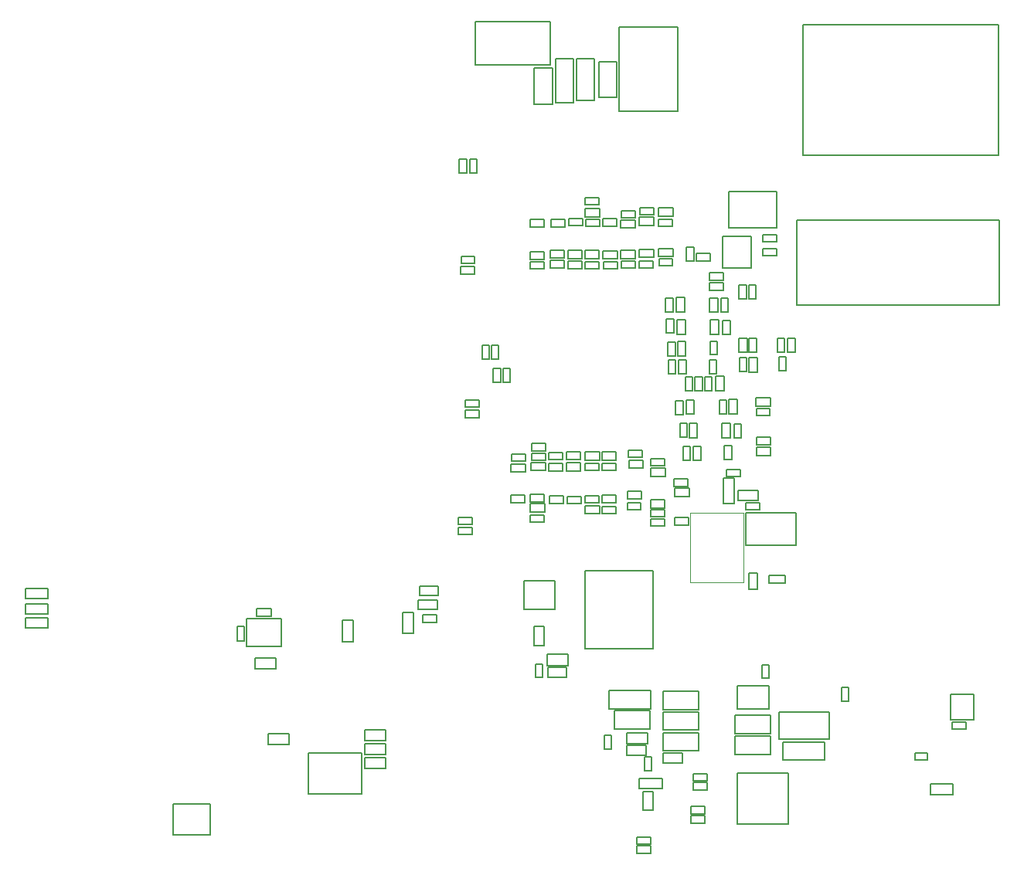
<source format=gbr>
G04*
G04 #@! TF.GenerationSoftware,Altium Limited,Altium Designer,24.2.2 (26)*
G04*
G04 Layer_Color=32768*
%FSLAX25Y25*%
%MOIN*%
G70*
G04*
G04 #@! TF.SameCoordinates,383E0004-DF84-4F77-A050-2B2E5B934949*
G04*
G04*
G04 #@! TF.FilePolarity,Positive*
G04*
G01*
G75*
%ADD12C,0.00787*%
%ADD17C,0.00394*%
D12*
X167681Y-173909D02*
X173635D01*
Y-177059D02*
Y-173909D01*
X167681Y-177059D02*
X173635D01*
X167681D02*
Y-173909D01*
X169713Y-70000D02*
X172862D01*
X169713Y-75953D02*
Y-70000D01*
Y-75953D02*
X172862D01*
Y-70000D01*
X165111Y-69928D02*
X168261D01*
X165111Y-75881D02*
Y-69928D01*
Y-75881D02*
X168261D01*
Y-69928D01*
X165826Y-116354D02*
X171779D01*
Y-119503D02*
Y-116354D01*
X165826Y-119503D02*
X171779D01*
X165826D02*
Y-116354D01*
X288684Y-236632D02*
Y-222459D01*
Y-236632D02*
X310337D01*
Y-222459D01*
X288684D02*
X310337D01*
X298737Y-252995D02*
Y-249560D01*
Y-252995D02*
X305715D01*
Y-249560D01*
X298737D02*
X305715D01*
X57648Y-361724D02*
Y-348141D01*
X41900D02*
X57648D01*
X41900Y-361724D02*
Y-348141D01*
Y-361724D02*
X57648D01*
X310630Y-96267D02*
X398031D01*
Y-132881D02*
Y-96267D01*
X310630Y-132881D02*
X398031D01*
X310630D02*
Y-96267D01*
X124335Y-328122D02*
X133414D01*
Y-332846D02*
Y-328122D01*
X124335Y-332846D02*
X133414D01*
X124335D02*
Y-328122D01*
X124335Y-322069D02*
X133414D01*
Y-326794D02*
Y-322069D01*
X124335Y-326794D02*
X133414D01*
X124335D02*
Y-322069D01*
X124335Y-316156D02*
X133414D01*
Y-320881D02*
Y-316156D01*
X124335Y-320881D02*
X133414D01*
X124335D02*
Y-316156D01*
X73402Y-268123D02*
X88363D01*
Y-280328D02*
Y-268123D01*
X73402Y-280328D02*
X88363D01*
X73402D02*
Y-268123D01*
X72477Y-277987D02*
Y-271687D01*
X69328Y-277987D02*
X72477D01*
X69328D02*
Y-271687D01*
X72477D01*
X77777Y-264057D02*
X84076D01*
Y-267207D02*
Y-264057D01*
X77777Y-267207D02*
X84076D01*
X77777D02*
Y-264057D01*
X114681Y-278116D02*
Y-269037D01*
X119405D01*
Y-278116D02*
Y-269037D01*
X114681Y-278116D02*
X119405D01*
X100030Y-343870D02*
Y-326098D01*
Y-343870D02*
X123018D01*
Y-326098D01*
X100030D02*
X123018D01*
X82712Y-322664D02*
X91792D01*
X82712D02*
Y-317940D01*
X91792D01*
Y-322664D02*
Y-317940D01*
X76938Y-289994D02*
X86018D01*
X76938D02*
Y-285270D01*
X86018D01*
Y-289994D02*
Y-285270D01*
X172011Y-10486D02*
X204334D01*
Y-29383D02*
Y-10486D01*
X172011Y-29383D02*
X204334D01*
X172011D02*
Y-10486D01*
X368504Y-344153D02*
Y-339429D01*
Y-344153D02*
X377953D01*
Y-339429D01*
X368504D02*
X377953D01*
X367161Y-329146D02*
Y-326193D01*
X361649D02*
X367161D01*
X361649Y-329146D02*
Y-326193D01*
Y-329146D02*
X367161D01*
X242884Y-337255D02*
X252727D01*
Y-341586D02*
Y-337255D01*
X242884Y-341586D02*
X252727D01*
X242884D02*
Y-337255D01*
X193109Y-264239D02*
X206379D01*
X193109D02*
Y-252034D01*
X206379D01*
Y-264239D02*
Y-252034D01*
X296151Y-111600D02*
Y-108450D01*
Y-111600D02*
X302105D01*
Y-108450D01*
X296151D02*
X302105D01*
X296151Y-105600D02*
Y-102451D01*
Y-105600D02*
X302105D01*
Y-102451D01*
X296151D02*
X302105D01*
X329992Y-303988D02*
X333142D01*
Y-298035D01*
X329992D02*
X333142D01*
X329992Y-303988D02*
Y-298035D01*
X377756Y-315994D02*
Y-312844D01*
Y-315994D02*
X383709D01*
Y-312844D01*
X377756D02*
X383709D01*
X376992Y-311838D02*
X387229D01*
Y-301011D01*
X376992D02*
X387229D01*
X376992Y-311838D02*
Y-301011D01*
X247689Y-202322D02*
Y-199173D01*
Y-202322D02*
X253642D01*
Y-199173D01*
X247689D02*
X253642D01*
X247741Y-206748D02*
Y-203204D01*
Y-206748D02*
X253941D01*
Y-203204D01*
X247741D02*
X253941D01*
X247650Y-228393D02*
Y-225243D01*
Y-228393D02*
X253603D01*
Y-225243D01*
X247650D02*
X253603D01*
X247689Y-224342D02*
Y-221193D01*
Y-224342D02*
X253642D01*
Y-221193D01*
X247689D02*
X253642D01*
X247694Y-220588D02*
Y-217045D01*
Y-220588D02*
X253894D01*
Y-217045D01*
X247694D02*
X253894D01*
X261697Y-193894D02*
X264847D01*
X261697Y-199847D02*
Y-193894D01*
Y-199847D02*
X264847D01*
Y-193894D01*
X265929Y-193770D02*
X269472D01*
X265929Y-199971D02*
Y-193770D01*
Y-199971D02*
X269472D01*
Y-193770D01*
X279489Y-193598D02*
X282639D01*
X279489Y-199551D02*
Y-193598D01*
Y-199551D02*
X282639D01*
Y-193598D01*
X255223Y-148813D02*
X258373D01*
X255223Y-154766D02*
Y-148813D01*
Y-154766D02*
X258373D01*
Y-148813D01*
X259333Y-148605D02*
X262877D01*
X259333Y-154806D02*
Y-148605D01*
Y-154806D02*
X262877D01*
Y-148605D01*
X273321Y-148433D02*
X276471D01*
X273321Y-154387D02*
Y-148433D01*
Y-154387D02*
X276471D01*
Y-148433D01*
X255345Y-156664D02*
X258495D01*
X255345Y-162617D02*
Y-156664D01*
Y-162617D02*
X258495D01*
Y-156664D01*
X259613Y-156496D02*
X263156D01*
X259613Y-162696D02*
Y-156496D01*
Y-162696D02*
X263156D01*
Y-156496D01*
X273063Y-156619D02*
X276212D01*
X273063Y-162573D02*
Y-156619D01*
Y-162573D02*
X276212D01*
Y-156619D01*
X286090Y-155718D02*
X289240D01*
X286090Y-161671D02*
Y-155718D01*
Y-161671D02*
X289240D01*
Y-155718D01*
X290142Y-155553D02*
X293685D01*
X290142Y-161754D02*
Y-155553D01*
Y-161754D02*
X293685D01*
Y-155553D01*
X303045Y-155227D02*
X306194D01*
X303045Y-161181D02*
Y-155227D01*
Y-161181D02*
X306194D01*
Y-155227D01*
X257886Y-211184D02*
Y-208034D01*
Y-211184D02*
X263839D01*
Y-208034D01*
X257886D02*
X263839D01*
X258149Y-215563D02*
Y-212019D01*
Y-215563D02*
X264350D01*
Y-212019D01*
X258149D02*
X264350D01*
X240916Y-95386D02*
Y-92236D01*
X234963D02*
X240916D01*
X234963Y-95386D02*
Y-92236D01*
Y-95386D02*
X240916D01*
X241040Y-99685D02*
Y-96141D01*
X234839D02*
X241040D01*
X234839Y-99685D02*
Y-96141D01*
Y-99685D02*
X241040D01*
X257978Y-227779D02*
Y-224629D01*
Y-227779D02*
X263931D01*
Y-224629D01*
X257978D02*
X263931D01*
X241050Y-116986D02*
Y-113837D01*
X235096D02*
X241050D01*
X235096Y-116986D02*
Y-113837D01*
Y-116986D02*
X241050D01*
X241040Y-112774D02*
Y-109231D01*
X234839D02*
X241040D01*
X234839Y-112774D02*
Y-109231D01*
Y-112774D02*
X241040D01*
X302277Y-147297D02*
X305427D01*
X302277Y-153251D02*
Y-147297D01*
Y-153251D02*
X305427D01*
Y-147297D01*
X306640Y-147079D02*
X310184D01*
X306640Y-153280D02*
Y-147079D01*
Y-153280D02*
X310184D01*
Y-147079D01*
X290107Y-147203D02*
X293257D01*
X290107Y-153156D02*
Y-147203D01*
Y-153156D02*
X293257D01*
Y-147203D01*
X285787Y-147079D02*
X289330D01*
X285787Y-153280D02*
Y-147079D01*
Y-153280D02*
X289330D01*
Y-147079D01*
X219503Y-218395D02*
Y-215245D01*
Y-218395D02*
X225456D01*
Y-215245D01*
X219503D02*
X225456D01*
X219485Y-222964D02*
Y-219421D01*
Y-222964D02*
X225686D01*
Y-219421D01*
X219485D02*
X225686D01*
X219566Y-204221D02*
Y-201071D01*
Y-204221D02*
X225519D01*
Y-201071D01*
X219566D02*
X225519D01*
X219379Y-199779D02*
Y-196236D01*
Y-199779D02*
X225580D01*
Y-196236D01*
X219379D02*
X225580D01*
X299329Y-193206D02*
Y-190056D01*
X293376D02*
X299329D01*
X293376Y-193206D02*
Y-190056D01*
Y-193206D02*
X299329D01*
X299445Y-197736D02*
Y-194193D01*
X293244D02*
X299445D01*
X293244Y-197736D02*
Y-194193D01*
Y-197736D02*
X299445D01*
X299200Y-180614D02*
Y-177465D01*
X293247D02*
X299200D01*
X293247Y-180614D02*
Y-177465D01*
Y-180614D02*
X299200D01*
X299324Y-176548D02*
Y-173004D01*
X293123D02*
X299324D01*
X293123Y-176548D02*
Y-173004D01*
Y-176548D02*
X299324D01*
X273247Y-113856D02*
Y-110706D01*
X267293D02*
X273247D01*
X267293Y-113856D02*
Y-110706D01*
Y-113856D02*
X273247D01*
X301984Y-99579D02*
Y-83831D01*
X281315D02*
X301984D01*
X281315Y-99579D02*
Y-83831D01*
Y-99579D02*
X301984D01*
X313293Y-11763D02*
X397643D01*
X313293Y-68259D02*
Y-11763D01*
Y-68259D02*
X397643D01*
Y-11763D01*
X241696Y-366355D02*
X247650D01*
Y-369505D02*
Y-366355D01*
X241696Y-369505D02*
X247650D01*
X241696D02*
Y-366355D01*
Y-362464D02*
X247650D01*
Y-365614D02*
Y-362464D01*
X241696Y-365614D02*
X247650D01*
X241696D02*
Y-362464D01*
X285024Y-357041D02*
Y-334994D01*
Y-357041D02*
X307071D01*
Y-334994D01*
X285024D02*
X307071D01*
X271911Y-338301D02*
Y-335152D01*
X265957D02*
X271911D01*
X265957Y-338301D02*
Y-335152D01*
Y-338301D02*
X271911D01*
Y-342123D02*
Y-338973D01*
X265957D02*
X271911D01*
X265957Y-342123D02*
Y-338973D01*
Y-342123D02*
X271911D01*
X271139Y-352514D02*
Y-349364D01*
X265186D02*
X271139D01*
X265186Y-352514D02*
Y-349364D01*
Y-352514D02*
X271139D01*
Y-356491D02*
Y-353341D01*
X265186D02*
X271139D01*
X265186Y-356491D02*
Y-353341D01*
Y-356491D02*
X271139D01*
X293639Y-255502D02*
Y-248524D01*
X290204Y-255502D02*
X293639D01*
X290204D02*
Y-248524D01*
X293639D01*
X165914Y-115058D02*
Y-111908D01*
Y-115058D02*
X171867D01*
Y-111908D01*
X165914D02*
X171867D01*
X167804Y-181459D02*
Y-178309D01*
Y-181459D02*
X173757D01*
Y-178309D01*
X167804D02*
X173757D01*
X164877Y-227675D02*
Y-224525D01*
Y-227675D02*
X170831D01*
Y-224525D01*
X164877D02*
X170831D01*
X164857Y-231957D02*
Y-228807D01*
Y-231957D02*
X170810D01*
Y-228807D01*
X164857D02*
X170810D01*
X214497Y-45580D02*
Y-26485D01*
X206623Y-45580D02*
X214497D01*
X206623D02*
Y-26485D01*
X214497D01*
X289134Y-130272D02*
Y-124071D01*
X285591Y-130272D02*
X289134D01*
X285591D02*
Y-124071D01*
X289134D01*
X293224Y-130148D02*
Y-124195D01*
X290075Y-130148D02*
X293224D01*
X290075D02*
Y-124195D01*
X293224D01*
X252951Y-317402D02*
X268330D01*
Y-325276D02*
Y-317402D01*
X252951Y-325276D02*
X268330D01*
X252951D02*
Y-317402D01*
X253068Y-308415D02*
X268447D01*
Y-316289D02*
Y-308415D01*
X253068Y-316289D02*
X268447D01*
X253068D02*
Y-308415D01*
Y-299599D02*
X268447D01*
Y-307473D02*
Y-299599D01*
X253068Y-307473D02*
X268447D01*
X253068D02*
Y-299599D01*
X237458Y-327228D02*
X245618D01*
X237458D02*
Y-323006D01*
X245618D01*
Y-327228D02*
Y-323006D01*
X237487Y-322276D02*
X246542D01*
X237487D02*
Y-317552D01*
X246542D01*
Y-322276D02*
Y-317552D01*
X248116Y-333952D02*
Y-327999D01*
X244967Y-333952D02*
X248116D01*
X244967D02*
Y-327999D01*
X248116D01*
X219392Y-281275D02*
Y-247417D01*
Y-281275D02*
X248723D01*
Y-247417D01*
X219392D02*
X248723D01*
X215582Y-26583D02*
X223456D01*
X215582Y-44694D02*
Y-26583D01*
Y-44694D02*
X223456D01*
Y-26583D01*
X197447Y-30691D02*
X205321D01*
X197447Y-46070D02*
Y-30691D01*
Y-46070D02*
X205321D01*
Y-30691D01*
X234201Y-12998D02*
X259476D01*
X234201Y-49218D02*
Y-12998D01*
Y-49218D02*
X259476D01*
Y-12998D01*
X225271Y-27949D02*
X233145D01*
X225271Y-43328D02*
Y-27949D01*
Y-43328D02*
X233145D01*
Y-27949D01*
X247379Y-315858D02*
Y-307984D01*
X232000D02*
X247379D01*
X232000Y-315858D02*
Y-307984D01*
Y-315858D02*
X247379D01*
X295622Y-288078D02*
X298772D01*
X295622Y-294032D02*
Y-288078D01*
Y-294032D02*
X298772D01*
Y-288078D01*
X149386Y-269760D02*
Y-266610D01*
Y-269760D02*
X155339D01*
Y-266610D01*
X149386D02*
X155339D01*
X147486Y-264390D02*
Y-260168D01*
Y-264390D02*
X155646D01*
Y-260168D01*
X147486D02*
X155646D01*
X147987Y-258288D02*
Y-254066D01*
Y-258288D02*
X156147D01*
Y-254066D01*
X147987D02*
X156147D01*
X140812Y-265638D02*
X145536D01*
X140812Y-274693D02*
Y-265638D01*
Y-274693D02*
X145536D01*
Y-265638D01*
X198093Y-287771D02*
X201242D01*
X198093Y-293725D02*
Y-287771D01*
Y-293725D02*
X201242D01*
Y-287771D01*
X203374Y-293615D02*
Y-289393D01*
Y-293615D02*
X211533D01*
Y-289393D01*
X203374D02*
X211533D01*
X197556Y-279768D02*
X201779D01*
Y-271609D01*
X197556D02*
X201779D01*
X197556Y-279768D02*
Y-271609D01*
X203090Y-288415D02*
Y-283690D01*
Y-288415D02*
X212145D01*
Y-283690D01*
X203090D02*
X212145D01*
X247798Y-307180D02*
Y-299306D01*
X229688D02*
X247798D01*
X229688Y-307180D02*
Y-299306D01*
Y-307180D02*
X247798D01*
X253194Y-330509D02*
Y-326287D01*
Y-330509D02*
X261353D01*
Y-326287D01*
X253194D02*
X261353D01*
X303199Y-320103D02*
Y-308661D01*
Y-320103D02*
X324877D01*
Y-308661D01*
X303199D02*
X324877D01*
X299554Y-317827D02*
Y-309953D01*
X284175D02*
X299554D01*
X284175Y-317827D02*
Y-309953D01*
Y-317827D02*
X299554D01*
X299510Y-326882D02*
Y-319008D01*
X284132D02*
X299510D01*
X284132Y-326882D02*
Y-319008D01*
Y-326882D02*
X299510D01*
X304725Y-329292D02*
Y-321418D01*
Y-329292D02*
X322835D01*
Y-321418D01*
X304725D02*
X322835D01*
X244392Y-350928D02*
X248615D01*
Y-342769D01*
X244392D02*
X248615D01*
X244392Y-350928D02*
Y-342769D01*
X284975Y-307180D02*
X298754D01*
Y-297338D01*
X284975D02*
X298754D01*
X284975Y-307180D02*
Y-297338D01*
X277316Y-173835D02*
X280465D01*
X277316Y-179788D02*
Y-173835D01*
Y-179788D02*
X280465D01*
Y-173835D01*
X281397Y-173711D02*
X284940D01*
X281397Y-179912D02*
Y-173711D01*
Y-179912D02*
X284940D01*
Y-173711D01*
X258482Y-174169D02*
X261632D01*
X258482Y-180123D02*
Y-174169D01*
Y-180123D02*
X261632D01*
Y-174169D01*
X262919Y-173840D02*
X266463D01*
X262919Y-180041D02*
Y-173840D01*
Y-180041D02*
X266463D01*
Y-173840D01*
X184055Y-160311D02*
X187205D01*
X184055Y-166264D02*
Y-160311D01*
Y-166264D02*
X187205D01*
Y-160311D01*
X179055Y-156344D02*
X182204D01*
Y-150391D01*
X179055D02*
X182204D01*
X179055Y-156344D02*
Y-150391D01*
X174916Y-156205D02*
X178066D01*
Y-150252D01*
X174916D02*
X178066D01*
X174916Y-156205D02*
Y-150252D01*
X179603Y-160103D02*
X183146D01*
X179603Y-166304D02*
Y-160103D01*
Y-166304D02*
X183146D01*
Y-160103D01*
X225267Y-117324D02*
Y-114174D01*
X219314D02*
X225267D01*
X219314Y-117324D02*
Y-114174D01*
Y-117324D02*
X225267D01*
X225528Y-112939D02*
Y-109396D01*
X219327D02*
X225528D01*
X219327Y-112939D02*
Y-109396D01*
Y-112939D02*
X225528D01*
X202346Y-195834D02*
Y-192685D01*
X196392D02*
X202346D01*
X196392Y-195834D02*
Y-192685D01*
Y-195834D02*
X202346D01*
X202367Y-200012D02*
Y-196862D01*
X196414D02*
X202367D01*
X196414Y-200012D02*
Y-196862D01*
Y-200012D02*
X202367D01*
X202383Y-204349D02*
Y-200805D01*
X196182D02*
X202383D01*
X196182Y-204349D02*
Y-200805D01*
Y-204349D02*
X202383D01*
X225616Y-98921D02*
Y-95771D01*
X219663D02*
X225616D01*
X219663Y-98921D02*
Y-95771D01*
Y-98921D02*
X225616D01*
X225514Y-89644D02*
Y-86495D01*
X219560D02*
X225514D01*
X219560Y-89644D02*
Y-86495D01*
Y-89644D02*
X225514D01*
X225637Y-94906D02*
Y-91363D01*
X219437D02*
X225637D01*
X219437Y-94906D02*
Y-91363D01*
Y-94906D02*
X225637D01*
X201640Y-226617D02*
Y-223467D01*
X195687D02*
X201640D01*
X195687Y-226617D02*
Y-223467D01*
Y-226617D02*
X201640D01*
X201913Y-222261D02*
Y-218718D01*
X195712D02*
X201913D01*
X195712Y-222261D02*
Y-218718D01*
Y-222261D02*
X201913D01*
X201640Y-217736D02*
Y-214586D01*
X195687D02*
X201640D01*
X195687Y-217736D02*
Y-214586D01*
Y-217736D02*
X201640D01*
X283595Y-184251D02*
X286745D01*
X283595Y-190204D02*
Y-184251D01*
Y-190204D02*
X286745D01*
Y-184251D01*
X278527Y-183879D02*
X282070D01*
X278527Y-190080D02*
Y-183879D01*
Y-190080D02*
X282070D01*
Y-183879D01*
X209858Y-199582D02*
Y-196432D01*
X203905D02*
X209858D01*
X203905Y-199582D02*
Y-196432D01*
Y-199582D02*
X209858D01*
X209854Y-204626D02*
Y-201082D01*
X203654D02*
X209854D01*
X203654Y-204626D02*
Y-201082D01*
Y-204626D02*
X209854D01*
X260253Y-184003D02*
X263403D01*
X260253Y-189957D02*
Y-184003D01*
Y-189957D02*
X263403D01*
Y-184003D01*
X264315Y-183880D02*
X267859D01*
X264315Y-190080D02*
Y-183880D01*
Y-190080D02*
X267859D01*
Y-183880D01*
X209909Y-218407D02*
Y-215257D01*
X203956D02*
X209909D01*
X203956Y-218407D02*
Y-215257D01*
Y-218407D02*
X209909D01*
X262705Y-163888D02*
X265855D01*
X262705Y-169842D02*
Y-163888D01*
Y-169842D02*
X265855D01*
Y-163888D01*
X266830Y-163945D02*
X269980D01*
X266830Y-169898D02*
Y-163945D01*
Y-169898D02*
X269980D01*
Y-163945D01*
X270978Y-163845D02*
X274127D01*
X270978Y-169798D02*
Y-163845D01*
Y-169798D02*
X274127D01*
Y-163845D01*
X275727Y-163721D02*
X279270D01*
X275727Y-169922D02*
Y-163721D01*
Y-169922D02*
X279270D01*
Y-163721D01*
X211955Y-117154D02*
Y-114004D01*
Y-117154D02*
X217909D01*
Y-114004D01*
X211955D02*
X217909D01*
X211952Y-112888D02*
Y-109344D01*
Y-112888D02*
X218153D01*
Y-109344D01*
X211952D02*
X218153D01*
X212355Y-98716D02*
Y-95566D01*
Y-98716D02*
X218308D01*
Y-95566D01*
X212355D02*
X218308D01*
X227293Y-117332D02*
Y-114182D01*
Y-117332D02*
X233246D01*
Y-114182D01*
X227293D02*
X233246D01*
X227169Y-112991D02*
Y-109448D01*
Y-112991D02*
X233370D01*
Y-109448D01*
X227169D02*
X233370D01*
X227144Y-98733D02*
Y-95583D01*
Y-98733D02*
X233097D01*
Y-95583D01*
X227144D02*
X233097D01*
X243533Y-221274D02*
Y-218125D01*
X237580D02*
X243533D01*
X237580Y-221274D02*
Y-218125D01*
Y-221274D02*
X243533D01*
X243828Y-216647D02*
Y-213104D01*
X237627D02*
X243828D01*
X237627Y-216647D02*
Y-213104D01*
Y-216647D02*
X243828D01*
X244187Y-198703D02*
Y-195553D01*
X238234D02*
X244187D01*
X238234Y-198703D02*
Y-195553D01*
Y-198703D02*
X244187D01*
X244481Y-203286D02*
Y-199743D01*
X238281D02*
X244481D01*
X238281Y-203286D02*
Y-199743D01*
Y-203286D02*
X244481D01*
X248925Y-93914D02*
Y-90764D01*
X242972D02*
X248925D01*
X242972Y-93914D02*
Y-90764D01*
Y-93914D02*
X248925D01*
X249049Y-98493D02*
Y-94950D01*
X242848D02*
X249049D01*
X242848Y-98493D02*
Y-94950D01*
Y-98493D02*
X249049D01*
X248630Y-116979D02*
Y-113829D01*
X242676D02*
X248630D01*
X242676Y-116979D02*
Y-113829D01*
Y-116979D02*
X248630D01*
X249049Y-112358D02*
Y-108815D01*
X242848D02*
X249049D01*
X242848Y-112358D02*
Y-108815D01*
Y-112358D02*
X249049D01*
X217403Y-199487D02*
Y-196337D01*
X211450D02*
X217403D01*
X211450Y-199487D02*
Y-196337D01*
Y-199487D02*
X217403D01*
X217553Y-204417D02*
Y-200874D01*
X211352D02*
X217553D01*
X211352Y-204417D02*
Y-200874D01*
Y-204417D02*
X217553D01*
X217641Y-218660D02*
Y-215511D01*
X211688D02*
X217641D01*
X211688Y-218660D02*
Y-215511D01*
Y-218660D02*
X217641D01*
X193638Y-200313D02*
Y-197164D01*
X187685D02*
X193638D01*
X187685Y-200313D02*
Y-197164D01*
Y-200313D02*
X193638D01*
X193712Y-204941D02*
Y-201397D01*
X187511D02*
X193712D01*
X187511Y-204941D02*
Y-201397D01*
Y-204941D02*
X193712D01*
X193418Y-218086D02*
Y-214937D01*
X187465D02*
X193418D01*
X187465Y-218086D02*
Y-214937D01*
Y-218086D02*
X193418D01*
X226782Y-223044D02*
Y-219895D01*
Y-223044D02*
X232735D01*
Y-219895D01*
X226782D02*
X232735D01*
X226658Y-218386D02*
Y-214843D01*
Y-218386D02*
X232859D01*
Y-214843D01*
X226658D02*
X232859D01*
X226658Y-204346D02*
Y-201196D01*
Y-204346D02*
X232611D01*
Y-201196D01*
X226658D02*
X232611D01*
X226658Y-199939D02*
Y-196396D01*
Y-199939D02*
X232859D01*
Y-196396D01*
X226658D02*
X232859D01*
X251224Y-98880D02*
Y-95731D01*
Y-98880D02*
X257178D01*
Y-95731D01*
X251224D02*
X257178D01*
X251077Y-94525D02*
Y-90982D01*
Y-94525D02*
X257277D01*
Y-90982D01*
X251077D02*
X257277D01*
X251280Y-116049D02*
Y-112900D01*
Y-116049D02*
X257233D01*
Y-112900D01*
X251280D02*
X257233D01*
X251077Y-112006D02*
Y-108463D01*
Y-112006D02*
X257277D01*
Y-108463D01*
X251077D02*
X257277D01*
X210285Y-116751D02*
Y-113602D01*
X204331D02*
X210285D01*
X204331Y-116751D02*
Y-113602D01*
Y-116751D02*
X210285D01*
X210461Y-112639D02*
Y-109096D01*
X204260D02*
X210461D01*
X204260Y-112639D02*
Y-109096D01*
Y-112639D02*
X210461D01*
X210660Y-99076D02*
Y-95927D01*
X204707D02*
X210660D01*
X204707Y-99076D02*
Y-95927D01*
Y-99076D02*
X210660D01*
X278083Y-135830D02*
X281232D01*
Y-129877D01*
X278083D02*
X281232D01*
X278083Y-135830D02*
Y-129877D01*
X273115Y-135954D02*
X276658D01*
Y-129753D01*
X273115D02*
X276658D01*
X273115Y-135954D02*
Y-129753D01*
X263214Y-107882D02*
X266363D01*
X263214Y-113835D02*
Y-107882D01*
Y-113835D02*
X266363D01*
Y-107882D01*
X278829Y-116817D02*
X291033D01*
Y-103234D01*
X278829D02*
X291033D01*
X278829Y-116817D02*
Y-103234D01*
X201670Y-117368D02*
Y-114219D01*
X195716D02*
X201670D01*
X195716Y-117368D02*
Y-114219D01*
Y-117368D02*
X201670D01*
X201794Y-113355D02*
Y-109811D01*
X195593D02*
X201794D01*
X195593Y-113355D02*
Y-109811D01*
Y-113355D02*
X201794D01*
X254215Y-135762D02*
X257365D01*
Y-129808D01*
X254215D02*
X257365D01*
X254215Y-135762D02*
Y-129808D01*
X258809Y-135885D02*
X262352D01*
Y-129685D01*
X258809D02*
X262352D01*
X258809Y-135885D02*
Y-129685D01*
X201670Y-99169D02*
Y-96019D01*
X195716D02*
X201670D01*
X195716Y-99169D02*
Y-96019D01*
Y-99169D02*
X201670D01*
X279188Y-122108D02*
Y-118958D01*
X273235D02*
X279188D01*
X273235Y-122108D02*
Y-118958D01*
Y-122108D02*
X279188D01*
X279138Y-126640D02*
Y-123097D01*
X272937D02*
X279138D01*
X272937Y-126640D02*
Y-123097D01*
Y-126640D02*
X279138D01*
X279025Y-218682D02*
X283750D01*
Y-207658D01*
X279025D02*
X283750D01*
X279025Y-218682D02*
Y-207658D01*
X286255Y-206772D02*
Y-203819D01*
X280457D02*
X286255D01*
X280457Y-206772D02*
Y-203819D01*
Y-206772D02*
X286255D01*
X278782Y-145409D02*
X281932D01*
Y-139456D01*
X278782D02*
X281932D01*
X278782Y-145409D02*
Y-139456D01*
X273516Y-145533D02*
X277059D01*
Y-139332D01*
X273516D02*
X277059D01*
X273516Y-145533D02*
Y-139332D01*
X254428Y-144873D02*
X257578D01*
Y-138920D01*
X254428D02*
X257578D01*
X254428Y-144873D02*
Y-138920D01*
X259184Y-145575D02*
X262727D01*
Y-139374D01*
X259184D02*
X262727D01*
X259184Y-145575D02*
Y-139374D01*
X285405Y-217074D02*
Y-212744D01*
Y-217074D02*
X294114D01*
Y-212744D01*
X285405D02*
X294114D01*
X294584Y-221254D02*
Y-218301D01*
X288787D02*
X294584D01*
X288787Y-221254D02*
Y-218301D01*
Y-221254D02*
X294584D01*
X227627Y-324531D02*
X230777D01*
Y-318578D01*
X227627D02*
X230777D01*
X227627Y-324531D02*
Y-318578D01*
X-12165Y-272130D02*
Y-267799D01*
X-22008D02*
X-12165D01*
X-22008Y-272130D02*
Y-267799D01*
Y-272130D02*
X-12165D01*
X-12165Y-266222D02*
Y-261892D01*
X-22008D02*
X-12165D01*
X-22008Y-266222D02*
Y-261892D01*
Y-266222D02*
X-12165D01*
X-12165Y-259646D02*
Y-255315D01*
X-22008D02*
X-12165D01*
X-22008Y-259646D02*
Y-255315D01*
Y-259646D02*
X-12165D01*
D17*
X264852Y-222476D02*
X287687D01*
Y-252397D02*
Y-222476D01*
X264852Y-252397D02*
X287687D01*
X264852D02*
Y-222476D01*
M02*

</source>
